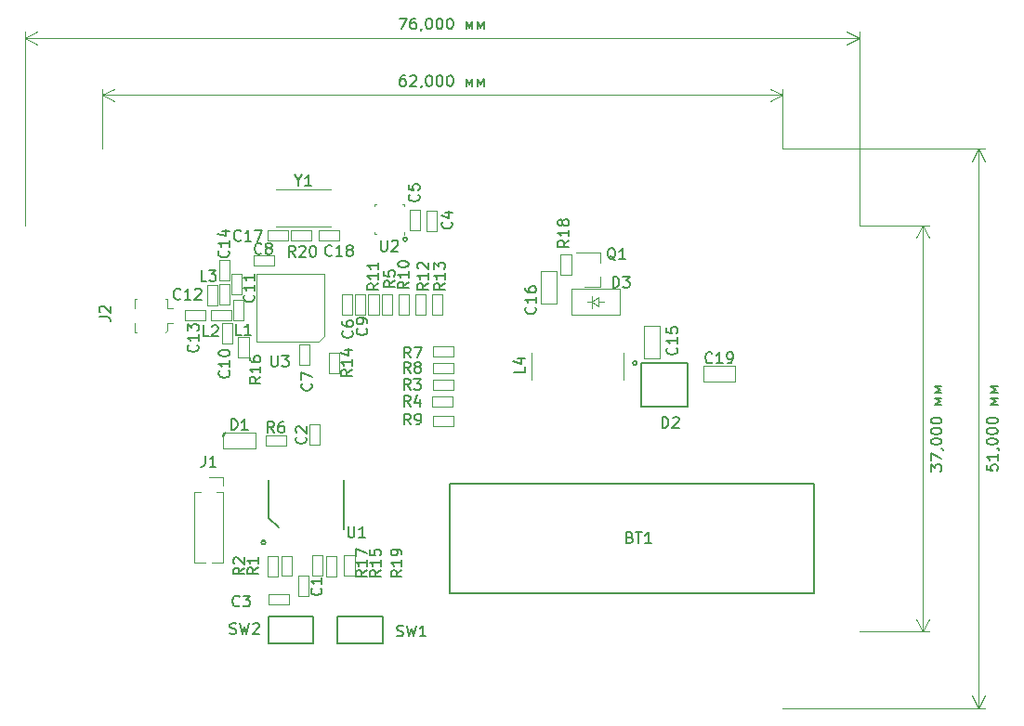
<source format=gbr>
G04 #@! TF.GenerationSoftware,KiCad,Pcbnew,5.1.5+dfsg1-2build2*
G04 #@! TF.CreationDate,2020-09-18T15:20:15+03:00*
G04 #@! TF.ProjectId,NRF_SENDER,4e52465f-5345-44e4-9445-522e6b696361,rev?*
G04 #@! TF.SameCoordinates,Original*
G04 #@! TF.FileFunction,Legend,Top*
G04 #@! TF.FilePolarity,Positive*
%FSLAX46Y46*%
G04 Gerber Fmt 4.6, Leading zero omitted, Abs format (unit mm)*
G04 Created by KiCad (PCBNEW 5.1.5+dfsg1-2build2) date 2020-09-18 15:20:15*
%MOMM*%
%LPD*%
G04 APERTURE LIST*
%ADD10C,0.200000*%
%ADD11C,0.150000*%
%ADD12C,0.120000*%
%ADD13C,0.100000*%
%ADD14C,0.140000*%
G04 APERTURE END LIST*
D10*
X109893576Y-62280000D02*
G75*
G03X109893576Y-62280000I-183576J0D01*
G01*
X88953576Y-50990000D02*
G75*
G03X88953576Y-50990000I-183576J0D01*
G01*
D11*
X88759047Y-36022380D02*
X88568571Y-36022380D01*
X88473333Y-36070000D01*
X88425714Y-36117619D01*
X88330476Y-36260476D01*
X88282857Y-36450952D01*
X88282857Y-36831904D01*
X88330476Y-36927142D01*
X88378095Y-36974761D01*
X88473333Y-37022380D01*
X88663809Y-37022380D01*
X88759047Y-36974761D01*
X88806666Y-36927142D01*
X88854285Y-36831904D01*
X88854285Y-36593809D01*
X88806666Y-36498571D01*
X88759047Y-36450952D01*
X88663809Y-36403333D01*
X88473333Y-36403333D01*
X88378095Y-36450952D01*
X88330476Y-36498571D01*
X88282857Y-36593809D01*
X89235238Y-36117619D02*
X89282857Y-36070000D01*
X89378095Y-36022380D01*
X89616190Y-36022380D01*
X89711428Y-36070000D01*
X89759047Y-36117619D01*
X89806666Y-36212857D01*
X89806666Y-36308095D01*
X89759047Y-36450952D01*
X89187619Y-37022380D01*
X89806666Y-37022380D01*
X90282857Y-36974761D02*
X90282857Y-37022380D01*
X90235238Y-37117619D01*
X90187619Y-37165238D01*
X90901904Y-36022380D02*
X90997142Y-36022380D01*
X91092380Y-36070000D01*
X91140000Y-36117619D01*
X91187619Y-36212857D01*
X91235238Y-36403333D01*
X91235238Y-36641428D01*
X91187619Y-36831904D01*
X91140000Y-36927142D01*
X91092380Y-36974761D01*
X90997142Y-37022380D01*
X90901904Y-37022380D01*
X90806666Y-36974761D01*
X90759047Y-36927142D01*
X90711428Y-36831904D01*
X90663809Y-36641428D01*
X90663809Y-36403333D01*
X90711428Y-36212857D01*
X90759047Y-36117619D01*
X90806666Y-36070000D01*
X90901904Y-36022380D01*
X91854285Y-36022380D02*
X91949523Y-36022380D01*
X92044761Y-36070000D01*
X92092380Y-36117619D01*
X92140000Y-36212857D01*
X92187619Y-36403333D01*
X92187619Y-36641428D01*
X92140000Y-36831904D01*
X92092380Y-36927142D01*
X92044761Y-36974761D01*
X91949523Y-37022380D01*
X91854285Y-37022380D01*
X91759047Y-36974761D01*
X91711428Y-36927142D01*
X91663809Y-36831904D01*
X91616190Y-36641428D01*
X91616190Y-36403333D01*
X91663809Y-36212857D01*
X91711428Y-36117619D01*
X91759047Y-36070000D01*
X91854285Y-36022380D01*
X92806666Y-36022380D02*
X92901904Y-36022380D01*
X92997142Y-36070000D01*
X93044761Y-36117619D01*
X93092380Y-36212857D01*
X93140000Y-36403333D01*
X93140000Y-36641428D01*
X93092380Y-36831904D01*
X93044761Y-36927142D01*
X92997142Y-36974761D01*
X92901904Y-37022380D01*
X92806666Y-37022380D01*
X92711428Y-36974761D01*
X92663809Y-36927142D01*
X92616190Y-36831904D01*
X92568571Y-36641428D01*
X92568571Y-36403333D01*
X92616190Y-36212857D01*
X92663809Y-36117619D01*
X92711428Y-36070000D01*
X92806666Y-36022380D01*
X94330476Y-37022380D02*
X94330476Y-36355714D01*
X94616190Y-36879523D01*
X94901904Y-36355714D01*
X94901904Y-37022380D01*
X95378095Y-37022380D02*
X95378095Y-36355714D01*
X95663809Y-36879523D01*
X95949523Y-36355714D01*
X95949523Y-37022380D01*
D12*
X61140000Y-37840000D02*
X123140000Y-37840000D01*
X61140000Y-42740000D02*
X61140000Y-37253579D01*
X123140000Y-42740000D02*
X123140000Y-37253579D01*
X123140000Y-37840000D02*
X122013496Y-38426421D01*
X123140000Y-37840000D02*
X122013496Y-37253579D01*
X61140000Y-37840000D02*
X62266504Y-38426421D01*
X61140000Y-37840000D02*
X62266504Y-37253579D01*
D11*
X88235238Y-30822380D02*
X88901904Y-30822380D01*
X88473333Y-31822380D01*
X89711428Y-30822380D02*
X89520952Y-30822380D01*
X89425714Y-30870000D01*
X89378095Y-30917619D01*
X89282857Y-31060476D01*
X89235238Y-31250952D01*
X89235238Y-31631904D01*
X89282857Y-31727142D01*
X89330476Y-31774761D01*
X89425714Y-31822380D01*
X89616190Y-31822380D01*
X89711428Y-31774761D01*
X89759047Y-31727142D01*
X89806666Y-31631904D01*
X89806666Y-31393809D01*
X89759047Y-31298571D01*
X89711428Y-31250952D01*
X89616190Y-31203333D01*
X89425714Y-31203333D01*
X89330476Y-31250952D01*
X89282857Y-31298571D01*
X89235238Y-31393809D01*
X90282857Y-31774761D02*
X90282857Y-31822380D01*
X90235238Y-31917619D01*
X90187619Y-31965238D01*
X90901904Y-30822380D02*
X90997142Y-30822380D01*
X91092380Y-30870000D01*
X91140000Y-30917619D01*
X91187619Y-31012857D01*
X91235238Y-31203333D01*
X91235238Y-31441428D01*
X91187619Y-31631904D01*
X91140000Y-31727142D01*
X91092380Y-31774761D01*
X90997142Y-31822380D01*
X90901904Y-31822380D01*
X90806666Y-31774761D01*
X90759047Y-31727142D01*
X90711428Y-31631904D01*
X90663809Y-31441428D01*
X90663809Y-31203333D01*
X90711428Y-31012857D01*
X90759047Y-30917619D01*
X90806666Y-30870000D01*
X90901904Y-30822380D01*
X91854285Y-30822380D02*
X91949523Y-30822380D01*
X92044761Y-30870000D01*
X92092380Y-30917619D01*
X92140000Y-31012857D01*
X92187619Y-31203333D01*
X92187619Y-31441428D01*
X92140000Y-31631904D01*
X92092380Y-31727142D01*
X92044761Y-31774761D01*
X91949523Y-31822380D01*
X91854285Y-31822380D01*
X91759047Y-31774761D01*
X91711428Y-31727142D01*
X91663809Y-31631904D01*
X91616190Y-31441428D01*
X91616190Y-31203333D01*
X91663809Y-31012857D01*
X91711428Y-30917619D01*
X91759047Y-30870000D01*
X91854285Y-30822380D01*
X92806666Y-30822380D02*
X92901904Y-30822380D01*
X92997142Y-30870000D01*
X93044761Y-30917619D01*
X93092380Y-31012857D01*
X93140000Y-31203333D01*
X93140000Y-31441428D01*
X93092380Y-31631904D01*
X93044761Y-31727142D01*
X92997142Y-31774761D01*
X92901904Y-31822380D01*
X92806666Y-31822380D01*
X92711428Y-31774761D01*
X92663809Y-31727142D01*
X92616190Y-31631904D01*
X92568571Y-31441428D01*
X92568571Y-31203333D01*
X92616190Y-31012857D01*
X92663809Y-30917619D01*
X92711428Y-30870000D01*
X92806666Y-30822380D01*
X94330476Y-31822380D02*
X94330476Y-31155714D01*
X94616190Y-31679523D01*
X94901904Y-31155714D01*
X94901904Y-31822380D01*
X95378095Y-31822380D02*
X95378095Y-31155714D01*
X95663809Y-31679523D01*
X95949523Y-31155714D01*
X95949523Y-31822380D01*
D12*
X130140000Y-32640000D02*
X54140000Y-32640000D01*
X130140000Y-49740000D02*
X130140000Y-32053579D01*
X54140000Y-49740000D02*
X54140000Y-32053579D01*
X54140000Y-32640000D02*
X55266504Y-32053579D01*
X54140000Y-32640000D02*
X55266504Y-33226421D01*
X130140000Y-32640000D02*
X129013496Y-32053579D01*
X130140000Y-32640000D02*
X129013496Y-33226421D01*
D11*
X136662380Y-72144761D02*
X136662380Y-71525714D01*
X137043333Y-71859047D01*
X137043333Y-71716190D01*
X137090952Y-71620952D01*
X137138571Y-71573333D01*
X137233809Y-71525714D01*
X137471904Y-71525714D01*
X137567142Y-71573333D01*
X137614761Y-71620952D01*
X137662380Y-71716190D01*
X137662380Y-72001904D01*
X137614761Y-72097142D01*
X137567142Y-72144761D01*
X136662380Y-71192380D02*
X136662380Y-70525714D01*
X137662380Y-70954285D01*
X137614761Y-70097142D02*
X137662380Y-70097142D01*
X137757619Y-70144761D01*
X137805238Y-70192380D01*
X136662380Y-69478095D02*
X136662380Y-69382857D01*
X136710000Y-69287619D01*
X136757619Y-69240000D01*
X136852857Y-69192380D01*
X137043333Y-69144761D01*
X137281428Y-69144761D01*
X137471904Y-69192380D01*
X137567142Y-69240000D01*
X137614761Y-69287619D01*
X137662380Y-69382857D01*
X137662380Y-69478095D01*
X137614761Y-69573333D01*
X137567142Y-69620952D01*
X137471904Y-69668571D01*
X137281428Y-69716190D01*
X137043333Y-69716190D01*
X136852857Y-69668571D01*
X136757619Y-69620952D01*
X136710000Y-69573333D01*
X136662380Y-69478095D01*
X136662380Y-68525714D02*
X136662380Y-68430476D01*
X136710000Y-68335238D01*
X136757619Y-68287619D01*
X136852857Y-68240000D01*
X137043333Y-68192380D01*
X137281428Y-68192380D01*
X137471904Y-68240000D01*
X137567142Y-68287619D01*
X137614761Y-68335238D01*
X137662380Y-68430476D01*
X137662380Y-68525714D01*
X137614761Y-68620952D01*
X137567142Y-68668571D01*
X137471904Y-68716190D01*
X137281428Y-68763809D01*
X137043333Y-68763809D01*
X136852857Y-68716190D01*
X136757619Y-68668571D01*
X136710000Y-68620952D01*
X136662380Y-68525714D01*
X136662380Y-67573333D02*
X136662380Y-67478095D01*
X136710000Y-67382857D01*
X136757619Y-67335238D01*
X136852857Y-67287619D01*
X137043333Y-67240000D01*
X137281428Y-67240000D01*
X137471904Y-67287619D01*
X137567142Y-67335238D01*
X137614761Y-67382857D01*
X137662380Y-67478095D01*
X137662380Y-67573333D01*
X137614761Y-67668571D01*
X137567142Y-67716190D01*
X137471904Y-67763809D01*
X137281428Y-67811428D01*
X137043333Y-67811428D01*
X136852857Y-67763809D01*
X136757619Y-67716190D01*
X136710000Y-67668571D01*
X136662380Y-67573333D01*
X137662380Y-66049523D02*
X136995714Y-66049523D01*
X137519523Y-65763809D01*
X136995714Y-65478095D01*
X137662380Y-65478095D01*
X137662380Y-65001904D02*
X136995714Y-65001904D01*
X137519523Y-64716190D01*
X136995714Y-64430476D01*
X137662380Y-64430476D01*
D12*
X135940000Y-86740000D02*
X135940000Y-49740000D01*
X130140000Y-86740000D02*
X136526421Y-86740000D01*
X130140000Y-49740000D02*
X136526421Y-49740000D01*
X135940000Y-49740000D02*
X136526421Y-50866504D01*
X135940000Y-49740000D02*
X135353579Y-50866504D01*
X135940000Y-86740000D02*
X136526421Y-85613496D01*
X135940000Y-86740000D02*
X135353579Y-85613496D01*
D11*
X141762380Y-71573333D02*
X141762380Y-72049523D01*
X142238571Y-72097142D01*
X142190952Y-72049523D01*
X142143333Y-71954285D01*
X142143333Y-71716190D01*
X142190952Y-71620952D01*
X142238571Y-71573333D01*
X142333809Y-71525714D01*
X142571904Y-71525714D01*
X142667142Y-71573333D01*
X142714761Y-71620952D01*
X142762380Y-71716190D01*
X142762380Y-71954285D01*
X142714761Y-72049523D01*
X142667142Y-72097142D01*
X142762380Y-70573333D02*
X142762380Y-71144761D01*
X142762380Y-70859047D02*
X141762380Y-70859047D01*
X141905238Y-70954285D01*
X142000476Y-71049523D01*
X142048095Y-71144761D01*
X142714761Y-70097142D02*
X142762380Y-70097142D01*
X142857619Y-70144761D01*
X142905238Y-70192380D01*
X141762380Y-69478095D02*
X141762380Y-69382857D01*
X141810000Y-69287619D01*
X141857619Y-69240000D01*
X141952857Y-69192380D01*
X142143333Y-69144761D01*
X142381428Y-69144761D01*
X142571904Y-69192380D01*
X142667142Y-69240000D01*
X142714761Y-69287619D01*
X142762380Y-69382857D01*
X142762380Y-69478095D01*
X142714761Y-69573333D01*
X142667142Y-69620952D01*
X142571904Y-69668571D01*
X142381428Y-69716190D01*
X142143333Y-69716190D01*
X141952857Y-69668571D01*
X141857619Y-69620952D01*
X141810000Y-69573333D01*
X141762380Y-69478095D01*
X141762380Y-68525714D02*
X141762380Y-68430476D01*
X141810000Y-68335238D01*
X141857619Y-68287619D01*
X141952857Y-68240000D01*
X142143333Y-68192380D01*
X142381428Y-68192380D01*
X142571904Y-68240000D01*
X142667142Y-68287619D01*
X142714761Y-68335238D01*
X142762380Y-68430476D01*
X142762380Y-68525714D01*
X142714761Y-68620952D01*
X142667142Y-68668571D01*
X142571904Y-68716190D01*
X142381428Y-68763809D01*
X142143333Y-68763809D01*
X141952857Y-68716190D01*
X141857619Y-68668571D01*
X141810000Y-68620952D01*
X141762380Y-68525714D01*
X141762380Y-67573333D02*
X141762380Y-67478095D01*
X141810000Y-67382857D01*
X141857619Y-67335238D01*
X141952857Y-67287619D01*
X142143333Y-67240000D01*
X142381428Y-67240000D01*
X142571904Y-67287619D01*
X142667142Y-67335238D01*
X142714761Y-67382857D01*
X142762380Y-67478095D01*
X142762380Y-67573333D01*
X142714761Y-67668571D01*
X142667142Y-67716190D01*
X142571904Y-67763809D01*
X142381428Y-67811428D01*
X142143333Y-67811428D01*
X141952857Y-67763809D01*
X141857619Y-67716190D01*
X141810000Y-67668571D01*
X141762380Y-67573333D01*
X142762380Y-66049523D02*
X142095714Y-66049523D01*
X142619523Y-65763809D01*
X142095714Y-65478095D01*
X142762380Y-65478095D01*
X142762380Y-65001904D02*
X142095714Y-65001904D01*
X142619523Y-64716190D01*
X142095714Y-64430476D01*
X142762380Y-64430476D01*
D12*
X141040000Y-93740000D02*
X141040000Y-42740000D01*
X123140000Y-93740000D02*
X141626421Y-93740000D01*
X123140000Y-42740000D02*
X141626421Y-42740000D01*
X141040000Y-42740000D02*
X141626421Y-43866504D01*
X141040000Y-42740000D02*
X140453579Y-43866504D01*
X141040000Y-93740000D02*
X141626421Y-92613496D01*
X141040000Y-93740000D02*
X140453579Y-92613496D01*
D10*
X76043576Y-78630000D02*
G75*
G03X76043576Y-78630000I-183576J0D01*
G01*
D11*
X76306000Y-76394000D02*
X77216000Y-77294000D01*
X76306000Y-76394000D02*
X76306000Y-72959000D01*
X83206000Y-77409000D02*
X83206000Y-72959000D01*
D12*
X80910000Y-54150000D02*
X75720000Y-54150000D01*
X81390000Y-59820000D02*
X81390000Y-54625000D01*
X75735000Y-60300000D02*
X80900000Y-60300000D01*
X75260000Y-59825000D02*
X75250000Y-54635000D01*
X81390000Y-59820000D02*
X80910000Y-60300000D01*
X75250000Y-54160000D02*
X75250000Y-54635000D01*
X75725000Y-54150000D02*
X75250000Y-54150000D01*
X81390000Y-54150000D02*
X81390000Y-54625000D01*
X80915000Y-54150000D02*
X81390000Y-54150000D01*
X75260000Y-60300000D02*
X75260000Y-59825000D01*
X75735000Y-60300000D02*
X75260000Y-60300000D01*
X70605000Y-58410000D02*
X68745000Y-58410000D01*
X70605000Y-57470000D02*
X70605000Y-58410000D01*
X68745000Y-57470000D02*
X70605000Y-57470000D01*
X68745000Y-58410000D02*
X68745000Y-57470000D01*
X73910000Y-54110000D02*
X73910000Y-55970000D01*
X72970000Y-54110000D02*
X73910000Y-54110000D01*
X72970000Y-55970000D02*
X72970000Y-54110000D01*
X73910000Y-55970000D02*
X72970000Y-55970000D01*
X79032000Y-83503000D02*
X79032000Y-81643000D01*
X79972000Y-83503000D02*
X79032000Y-83503000D01*
X79972000Y-81643000D02*
X79972000Y-83503000D01*
X79032000Y-81643000D02*
X79972000Y-81643000D01*
X80048000Y-69741000D02*
X80048000Y-67881000D01*
X80988000Y-69741000D02*
X80048000Y-69741000D01*
X80988000Y-67881000D02*
X80988000Y-69741000D01*
X80048000Y-67881000D02*
X80988000Y-67881000D01*
X76286000Y-83350000D02*
X78146000Y-83350000D01*
X76286000Y-84290000D02*
X76286000Y-83350000D01*
X78146000Y-84290000D02*
X76286000Y-84290000D01*
X78146000Y-83350000D02*
X78146000Y-84290000D01*
X90716000Y-50229000D02*
X90716000Y-48369000D01*
X91656000Y-50229000D02*
X90716000Y-50229000D01*
X91656000Y-48369000D02*
X91656000Y-50229000D01*
X90716000Y-48369000D02*
X91656000Y-48369000D01*
X89192000Y-50183000D02*
X89192000Y-48323000D01*
X90132000Y-50183000D02*
X89192000Y-50183000D01*
X90132000Y-48323000D02*
X90132000Y-50183000D01*
X89192000Y-48323000D02*
X90132000Y-48323000D01*
X83040000Y-57895000D02*
X83040000Y-56035000D01*
X83980000Y-57895000D02*
X83040000Y-57895000D01*
X83980000Y-56035000D02*
X83980000Y-57895000D01*
X83040000Y-56035000D02*
X83980000Y-56035000D01*
X79100000Y-62450000D02*
X79100000Y-60590000D01*
X80040000Y-62450000D02*
X79100000Y-62450000D01*
X80040000Y-60590000D02*
X80040000Y-62450000D01*
X79100000Y-60590000D02*
X80040000Y-60590000D01*
X75010000Y-52470000D02*
X76870000Y-52470000D01*
X75010000Y-53410000D02*
X75010000Y-52470000D01*
X76870000Y-53410000D02*
X75010000Y-53410000D01*
X76870000Y-52470000D02*
X76870000Y-53410000D01*
X84220000Y-57870000D02*
X84220000Y-56010000D01*
X85160000Y-57870000D02*
X84220000Y-57870000D01*
X85160000Y-56010000D02*
X85160000Y-57870000D01*
X84220000Y-56010000D02*
X85160000Y-56010000D01*
X73010000Y-58610000D02*
X73010000Y-60470000D01*
X72070000Y-58610000D02*
X73010000Y-58610000D01*
X72070000Y-60470000D02*
X72070000Y-58610000D01*
X73010000Y-60470000D02*
X72070000Y-60470000D01*
X70770000Y-56985000D02*
X70770000Y-55125000D01*
X71710000Y-56985000D02*
X70770000Y-56985000D01*
X71710000Y-55125000D02*
X71710000Y-56985000D01*
X70770000Y-55125000D02*
X71710000Y-55125000D01*
X71870000Y-54770000D02*
X71870000Y-52910000D01*
X72810000Y-54770000D02*
X71870000Y-54770000D01*
X72810000Y-52910000D02*
X72810000Y-54770000D01*
X71870000Y-52910000D02*
X72810000Y-52910000D01*
X76210000Y-50170000D02*
X78070000Y-50170000D01*
X76210000Y-51110000D02*
X76210000Y-50170000D01*
X78070000Y-51110000D02*
X76210000Y-51110000D01*
X78070000Y-50170000D02*
X78070000Y-51110000D01*
X82795000Y-51080000D02*
X80935000Y-51080000D01*
X82795000Y-50140000D02*
X82795000Y-51080000D01*
X80935000Y-50140000D02*
X82795000Y-50140000D01*
X80935000Y-51080000D02*
X80935000Y-50140000D01*
D11*
X72350000Y-68682000D02*
X72350000Y-68642000D01*
X72190000Y-68772000D02*
X72350000Y-68682000D01*
X72460000Y-68632000D02*
X72190000Y-68772000D01*
X72190000Y-68942000D02*
X72470000Y-68632000D01*
D12*
X75140000Y-70072000D02*
X72180000Y-70072000D01*
X75140000Y-68612000D02*
X75140000Y-70072000D01*
X72180000Y-68612000D02*
X75140000Y-68612000D01*
X72175000Y-68607000D02*
X72175000Y-70077000D01*
X103950000Y-55540000D02*
X103950000Y-57840000D01*
X108350000Y-57840000D02*
X103950000Y-57840000D01*
X108350000Y-55540000D02*
X108350000Y-57840000D01*
X103950000Y-55540000D02*
X108350000Y-55540000D01*
D13*
X105400000Y-56690000D02*
X105800000Y-56690000D01*
X105800000Y-56690000D02*
X105800000Y-56140000D01*
X105800000Y-56690000D02*
X105800000Y-57240000D01*
X105800000Y-56690000D02*
X106400000Y-56290000D01*
X106400000Y-56290000D02*
X106400000Y-57090000D01*
X106400000Y-57090000D02*
X105800000Y-56690000D01*
X106400000Y-56690000D02*
X106900000Y-56690000D01*
D12*
X70866000Y-72646000D02*
X72196000Y-72646000D01*
X72196000Y-72646000D02*
X72196000Y-73406000D01*
X72196000Y-74041000D02*
X72196000Y-80451000D01*
X71173530Y-80451000D02*
X72196000Y-80451000D01*
X69536000Y-80451000D02*
X70558470Y-80451000D01*
X69536000Y-74041000D02*
X69536000Y-80451000D01*
X71626000Y-74041000D02*
X72196000Y-74041000D01*
X69536000Y-74041000D02*
X70106000Y-74041000D01*
X64110000Y-59470000D02*
X64110000Y-58670000D01*
X64310000Y-59470000D02*
X64110000Y-59470000D01*
X64110000Y-56470000D02*
X64310000Y-56470000D01*
X64110000Y-57270000D02*
X64110000Y-56470000D01*
X67110000Y-56470000D02*
X67110000Y-57270000D01*
X66910000Y-56470000D02*
X67110000Y-56470000D01*
X67110000Y-59270000D02*
X66910000Y-59470000D01*
X67110000Y-58670000D02*
X67110000Y-59270000D01*
X67110000Y-58670000D02*
X67610000Y-58670000D01*
X67110000Y-57270000D02*
X67610000Y-57270000D01*
X74050000Y-56525000D02*
X74050000Y-58385000D01*
X73110000Y-56525000D02*
X74050000Y-56525000D01*
X73110000Y-58385000D02*
X73110000Y-56525000D01*
X74050000Y-58385000D02*
X73110000Y-58385000D01*
X71110000Y-57470000D02*
X72970000Y-57470000D01*
X71110000Y-58410000D02*
X71110000Y-57470000D01*
X72970000Y-58410000D02*
X71110000Y-58410000D01*
X72970000Y-57470000D02*
X72970000Y-58410000D01*
X71870000Y-56970000D02*
X71870000Y-55110000D01*
X72810000Y-56970000D02*
X71870000Y-56970000D01*
X72810000Y-55110000D02*
X72810000Y-56970000D01*
X71870000Y-55110000D02*
X72810000Y-55110000D01*
X108660000Y-63810000D02*
X108660000Y-61310000D01*
X100260000Y-61310000D02*
X100260000Y-63810000D01*
X106530000Y-55330000D02*
X105070000Y-55330000D01*
X106530000Y-52170000D02*
X104370000Y-52170000D01*
X106530000Y-52170000D02*
X106530000Y-53100000D01*
X106530000Y-55330000D02*
X106530000Y-54400000D01*
X78448000Y-79842000D02*
X78448000Y-81702000D01*
X77508000Y-79842000D02*
X78448000Y-79842000D01*
X77508000Y-81702000D02*
X77508000Y-79842000D01*
X78448000Y-81702000D02*
X77508000Y-81702000D01*
X76238000Y-81725000D02*
X76238000Y-79865000D01*
X77178000Y-81725000D02*
X76238000Y-81725000D01*
X77178000Y-79865000D02*
X77178000Y-81725000D01*
X76238000Y-79865000D02*
X77178000Y-79865000D01*
X93155000Y-64732000D02*
X91295000Y-64732000D01*
X93155000Y-63792000D02*
X93155000Y-64732000D01*
X91295000Y-63792000D02*
X93155000Y-63792000D01*
X91295000Y-64732000D02*
X91295000Y-63792000D01*
X93109000Y-66256000D02*
X91249000Y-66256000D01*
X93109000Y-65316000D02*
X93109000Y-66256000D01*
X91249000Y-65316000D02*
X93109000Y-65316000D01*
X91249000Y-66256000D02*
X91249000Y-65316000D01*
X86652000Y-57849000D02*
X86652000Y-55989000D01*
X87592000Y-57849000D02*
X86652000Y-57849000D01*
X87592000Y-55989000D02*
X87592000Y-57849000D01*
X86652000Y-55989000D02*
X87592000Y-55989000D01*
X77915000Y-69812000D02*
X76055000Y-69812000D01*
X77915000Y-68872000D02*
X77915000Y-69812000D01*
X76055000Y-68872000D02*
X77915000Y-68872000D01*
X76055000Y-69812000D02*
X76055000Y-68872000D01*
X93155000Y-61684000D02*
X91295000Y-61684000D01*
X93155000Y-60744000D02*
X93155000Y-61684000D01*
X91295000Y-60744000D02*
X93155000Y-60744000D01*
X91295000Y-61684000D02*
X91295000Y-60744000D01*
X91295000Y-62268000D02*
X93155000Y-62268000D01*
X91295000Y-63208000D02*
X91295000Y-62268000D01*
X93155000Y-63208000D02*
X91295000Y-63208000D01*
X93155000Y-62268000D02*
X93155000Y-63208000D01*
X91295000Y-67094000D02*
X93155000Y-67094000D01*
X91295000Y-68034000D02*
X91295000Y-67094000D01*
X93155000Y-68034000D02*
X91295000Y-68034000D01*
X93155000Y-67094000D02*
X93155000Y-68034000D01*
X88176000Y-57849000D02*
X88176000Y-55989000D01*
X89116000Y-57849000D02*
X88176000Y-57849000D01*
X89116000Y-55989000D02*
X89116000Y-57849000D01*
X88176000Y-55989000D02*
X89116000Y-55989000D01*
X85420000Y-57870000D02*
X85420000Y-56010000D01*
X86360000Y-57870000D02*
X85420000Y-57870000D01*
X86360000Y-56010000D02*
X86360000Y-57870000D01*
X85420000Y-56010000D02*
X86360000Y-56010000D01*
X89700000Y-57849000D02*
X89700000Y-55989000D01*
X90640000Y-57849000D02*
X89700000Y-57849000D01*
X90640000Y-55989000D02*
X90640000Y-57849000D01*
X89700000Y-55989000D02*
X90640000Y-55989000D01*
X91224000Y-57849000D02*
X91224000Y-55989000D01*
X92164000Y-57849000D02*
X91224000Y-57849000D01*
X92164000Y-55989000D02*
X92164000Y-57849000D01*
X91224000Y-55989000D02*
X92164000Y-55989000D01*
X81826000Y-63183000D02*
X81826000Y-61323000D01*
X82766000Y-63183000D02*
X81826000Y-63183000D01*
X82766000Y-61323000D02*
X82766000Y-63183000D01*
X81826000Y-61323000D02*
X82766000Y-61323000D01*
X82512000Y-79865000D02*
X82512000Y-81725000D01*
X81572000Y-79865000D02*
X82512000Y-79865000D01*
X81572000Y-81725000D02*
X81572000Y-79865000D01*
X82512000Y-81725000D02*
X81572000Y-81725000D01*
X73570000Y-61785000D02*
X73570000Y-59925000D01*
X74510000Y-61785000D02*
X73570000Y-61785000D01*
X74510000Y-59925000D02*
X74510000Y-61785000D01*
X73570000Y-59925000D02*
X74510000Y-59925000D01*
X80302000Y-81679000D02*
X80302000Y-79819000D01*
X81242000Y-81679000D02*
X80302000Y-81679000D01*
X81242000Y-79819000D02*
X81242000Y-81679000D01*
X80302000Y-79819000D02*
X81242000Y-79819000D01*
X103890000Y-52350000D02*
X103890000Y-54210000D01*
X102950000Y-52350000D02*
X103890000Y-52350000D01*
X102950000Y-54210000D02*
X102950000Y-52350000D01*
X103890000Y-54210000D02*
X102950000Y-54210000D01*
X84160000Y-79840000D02*
X84160000Y-81700000D01*
X83220000Y-79840000D02*
X84160000Y-79840000D01*
X83220000Y-81700000D02*
X83220000Y-79840000D01*
X84160000Y-81700000D02*
X83220000Y-81700000D01*
X80210000Y-51090000D02*
X78350000Y-51090000D01*
X80210000Y-50150000D02*
X80210000Y-51090000D01*
X78350000Y-50150000D02*
X80210000Y-50150000D01*
X78350000Y-51090000D02*
X78350000Y-50150000D01*
D11*
X82590000Y-85414000D02*
X86708000Y-85414000D01*
X82589000Y-87794000D02*
X82589000Y-85414000D01*
X86708000Y-87801000D02*
X82590000Y-87801000D01*
X86708000Y-86614000D02*
X86708000Y-85414000D01*
X86708000Y-86614000D02*
X86708000Y-87814000D01*
X80426000Y-87814000D02*
X76308000Y-87814000D01*
X80427000Y-85434000D02*
X80427000Y-87814000D01*
X76308000Y-85427000D02*
X80426000Y-85427000D01*
X76308000Y-86614000D02*
X76308000Y-87814000D01*
X76308000Y-86614000D02*
X76308000Y-85414000D01*
D13*
X88690000Y-50360000D02*
X88690000Y-50610000D01*
X85990000Y-50510000D02*
X85990000Y-50360000D01*
X86140000Y-50510000D02*
X85990000Y-50510000D01*
X85990000Y-47810000D02*
X86140000Y-47810000D01*
X85990000Y-47810000D02*
X85990000Y-47960000D01*
X88690000Y-47810000D02*
X88690000Y-47960000D01*
X88690000Y-47800000D02*
X88540000Y-47800000D01*
D12*
X77020000Y-49860000D02*
X82020000Y-49860000D01*
X77020000Y-46440000D02*
X82020000Y-46440000D01*
D11*
X110252000Y-62246000D02*
X110252000Y-66246000D01*
X114552000Y-66246000D02*
X110252000Y-66246000D01*
X114552000Y-62246000D02*
X114552000Y-66246000D01*
X110252000Y-62246000D02*
X114552000Y-62246000D01*
X126040000Y-73240000D02*
X92840000Y-73240000D01*
X126040000Y-83240000D02*
X126040000Y-73240000D01*
X92840000Y-83240000D02*
X126040000Y-83240000D01*
X92840000Y-73240000D02*
X92840000Y-83240000D01*
D12*
X118870000Y-64000000D02*
X115910000Y-64000000D01*
X118870000Y-62540000D02*
X118870000Y-64000000D01*
X115910000Y-62540000D02*
X118870000Y-62540000D01*
X115910000Y-64000000D02*
X115910000Y-62540000D01*
X111970000Y-58860000D02*
X111970000Y-61820000D01*
X110510000Y-58860000D02*
X111970000Y-58860000D01*
X110510000Y-61820000D02*
X110510000Y-58860000D01*
X111970000Y-61820000D02*
X110510000Y-61820000D01*
X101150000Y-56850000D02*
X101150000Y-53890000D01*
X102610000Y-56850000D02*
X101150000Y-56850000D01*
X102610000Y-53890000D02*
X102610000Y-56850000D01*
X101150000Y-53890000D02*
X102610000Y-53890000D01*
D11*
X83566095Y-77176380D02*
X83566095Y-77985904D01*
X83613714Y-78081142D01*
X83661333Y-78128761D01*
X83756571Y-78176380D01*
X83947047Y-78176380D01*
X84042285Y-78128761D01*
X84089904Y-78081142D01*
X84137523Y-77985904D01*
X84137523Y-77176380D01*
X85137523Y-78176380D02*
X84566095Y-78176380D01*
X84851809Y-78176380D02*
X84851809Y-77176380D01*
X84756571Y-77319238D01*
X84661333Y-77414476D01*
X84566095Y-77462095D01*
X76578095Y-61592380D02*
X76578095Y-62401904D01*
X76625714Y-62497142D01*
X76673333Y-62544761D01*
X76768571Y-62592380D01*
X76959047Y-62592380D01*
X77054285Y-62544761D01*
X77101904Y-62497142D01*
X77149523Y-62401904D01*
X77149523Y-61592380D01*
X77530476Y-61592380D02*
X78149523Y-61592380D01*
X77816190Y-61973333D01*
X77959047Y-61973333D01*
X78054285Y-62020952D01*
X78101904Y-62068571D01*
X78149523Y-62163809D01*
X78149523Y-62401904D01*
X78101904Y-62497142D01*
X78054285Y-62544761D01*
X77959047Y-62592380D01*
X77673333Y-62592380D01*
X77578095Y-62544761D01*
X77530476Y-62497142D01*
X69847142Y-60632857D02*
X69894761Y-60680476D01*
X69942380Y-60823333D01*
X69942380Y-60918571D01*
X69894761Y-61061428D01*
X69799523Y-61156666D01*
X69704285Y-61204285D01*
X69513809Y-61251904D01*
X69370952Y-61251904D01*
X69180476Y-61204285D01*
X69085238Y-61156666D01*
X68990000Y-61061428D01*
X68942380Y-60918571D01*
X68942380Y-60823333D01*
X68990000Y-60680476D01*
X69037619Y-60632857D01*
X69942380Y-59680476D02*
X69942380Y-60251904D01*
X69942380Y-59966190D02*
X68942380Y-59966190D01*
X69085238Y-60061428D01*
X69180476Y-60156666D01*
X69228095Y-60251904D01*
X68942380Y-59347142D02*
X68942380Y-58728095D01*
X69323333Y-59061428D01*
X69323333Y-58918571D01*
X69370952Y-58823333D01*
X69418571Y-58775714D01*
X69513809Y-58728095D01*
X69751904Y-58728095D01*
X69847142Y-58775714D01*
X69894761Y-58823333D01*
X69942380Y-58918571D01*
X69942380Y-59204285D01*
X69894761Y-59299523D01*
X69847142Y-59347142D01*
D14*
X74947142Y-56082857D02*
X74994761Y-56130476D01*
X75042380Y-56273333D01*
X75042380Y-56368571D01*
X74994761Y-56511428D01*
X74899523Y-56606666D01*
X74804285Y-56654285D01*
X74613809Y-56701904D01*
X74470952Y-56701904D01*
X74280476Y-56654285D01*
X74185238Y-56606666D01*
X74090000Y-56511428D01*
X74042380Y-56368571D01*
X74042380Y-56273333D01*
X74090000Y-56130476D01*
X74137619Y-56082857D01*
X75042380Y-55130476D02*
X75042380Y-55701904D01*
X75042380Y-55416190D02*
X74042380Y-55416190D01*
X74185238Y-55511428D01*
X74280476Y-55606666D01*
X74328095Y-55701904D01*
X75042380Y-54178095D02*
X75042380Y-54749523D01*
X75042380Y-54463809D02*
X74042380Y-54463809D01*
X74185238Y-54559047D01*
X74280476Y-54654285D01*
X74328095Y-54749523D01*
D11*
X81097142Y-82806666D02*
X81144761Y-82854285D01*
X81192380Y-82997142D01*
X81192380Y-83092380D01*
X81144761Y-83235238D01*
X81049523Y-83330476D01*
X80954285Y-83378095D01*
X80763809Y-83425714D01*
X80620952Y-83425714D01*
X80430476Y-83378095D01*
X80335238Y-83330476D01*
X80240000Y-83235238D01*
X80192380Y-83092380D01*
X80192380Y-82997142D01*
X80240000Y-82854285D01*
X80287619Y-82806666D01*
X81192380Y-81854285D02*
X81192380Y-82425714D01*
X81192380Y-82140000D02*
X80192380Y-82140000D01*
X80335238Y-82235238D01*
X80430476Y-82330476D01*
X80478095Y-82425714D01*
X79697142Y-69006666D02*
X79744761Y-69054285D01*
X79792380Y-69197142D01*
X79792380Y-69292380D01*
X79744761Y-69435238D01*
X79649523Y-69530476D01*
X79554285Y-69578095D01*
X79363809Y-69625714D01*
X79220952Y-69625714D01*
X79030476Y-69578095D01*
X78935238Y-69530476D01*
X78840000Y-69435238D01*
X78792380Y-69292380D01*
X78792380Y-69197142D01*
X78840000Y-69054285D01*
X78887619Y-69006666D01*
X78887619Y-68625714D02*
X78840000Y-68578095D01*
X78792380Y-68482857D01*
X78792380Y-68244761D01*
X78840000Y-68149523D01*
X78887619Y-68101904D01*
X78982857Y-68054285D01*
X79078095Y-68054285D01*
X79220952Y-68101904D01*
X79792380Y-68673333D01*
X79792380Y-68054285D01*
X73673333Y-84397142D02*
X73625714Y-84444761D01*
X73482857Y-84492380D01*
X73387619Y-84492380D01*
X73244761Y-84444761D01*
X73149523Y-84349523D01*
X73101904Y-84254285D01*
X73054285Y-84063809D01*
X73054285Y-83920952D01*
X73101904Y-83730476D01*
X73149523Y-83635238D01*
X73244761Y-83540000D01*
X73387619Y-83492380D01*
X73482857Y-83492380D01*
X73625714Y-83540000D01*
X73673333Y-83587619D01*
X74006666Y-83492380D02*
X74625714Y-83492380D01*
X74292380Y-83873333D01*
X74435238Y-83873333D01*
X74530476Y-83920952D01*
X74578095Y-83968571D01*
X74625714Y-84063809D01*
X74625714Y-84301904D01*
X74578095Y-84397142D01*
X74530476Y-84444761D01*
X74435238Y-84492380D01*
X74149523Y-84492380D01*
X74054285Y-84444761D01*
X74006666Y-84397142D01*
X92997142Y-49406666D02*
X93044761Y-49454285D01*
X93092380Y-49597142D01*
X93092380Y-49692380D01*
X93044761Y-49835238D01*
X92949523Y-49930476D01*
X92854285Y-49978095D01*
X92663809Y-50025714D01*
X92520952Y-50025714D01*
X92330476Y-49978095D01*
X92235238Y-49930476D01*
X92140000Y-49835238D01*
X92092380Y-49692380D01*
X92092380Y-49597142D01*
X92140000Y-49454285D01*
X92187619Y-49406666D01*
X92425714Y-48549523D02*
X93092380Y-48549523D01*
X92044761Y-48787619D02*
X92759047Y-49025714D01*
X92759047Y-48406666D01*
X89997142Y-46906666D02*
X90044761Y-46954285D01*
X90092380Y-47097142D01*
X90092380Y-47192380D01*
X90044761Y-47335238D01*
X89949523Y-47430476D01*
X89854285Y-47478095D01*
X89663809Y-47525714D01*
X89520952Y-47525714D01*
X89330476Y-47478095D01*
X89235238Y-47430476D01*
X89140000Y-47335238D01*
X89092380Y-47192380D01*
X89092380Y-47097142D01*
X89140000Y-46954285D01*
X89187619Y-46906666D01*
X89092380Y-46001904D02*
X89092380Y-46478095D01*
X89568571Y-46525714D01*
X89520952Y-46478095D01*
X89473333Y-46382857D01*
X89473333Y-46144761D01*
X89520952Y-46049523D01*
X89568571Y-46001904D01*
X89663809Y-45954285D01*
X89901904Y-45954285D01*
X89997142Y-46001904D01*
X90044761Y-46049523D01*
X90092380Y-46144761D01*
X90092380Y-46382857D01*
X90044761Y-46478095D01*
X89997142Y-46525714D01*
X83923142Y-59348666D02*
X83970761Y-59396285D01*
X84018380Y-59539142D01*
X84018380Y-59634380D01*
X83970761Y-59777238D01*
X83875523Y-59872476D01*
X83780285Y-59920095D01*
X83589809Y-59967714D01*
X83446952Y-59967714D01*
X83256476Y-59920095D01*
X83161238Y-59872476D01*
X83066000Y-59777238D01*
X83018380Y-59634380D01*
X83018380Y-59539142D01*
X83066000Y-59396285D01*
X83113619Y-59348666D01*
X83018380Y-58491523D02*
X83018380Y-58682000D01*
X83066000Y-58777238D01*
X83113619Y-58824857D01*
X83256476Y-58920095D01*
X83446952Y-58967714D01*
X83827904Y-58967714D01*
X83923142Y-58920095D01*
X83970761Y-58872476D01*
X84018380Y-58777238D01*
X84018380Y-58586761D01*
X83970761Y-58491523D01*
X83923142Y-58443904D01*
X83827904Y-58396285D01*
X83589809Y-58396285D01*
X83494571Y-58443904D01*
X83446952Y-58491523D01*
X83399333Y-58586761D01*
X83399333Y-58777238D01*
X83446952Y-58872476D01*
X83494571Y-58920095D01*
X83589809Y-58967714D01*
X80197142Y-64154666D02*
X80244761Y-64202285D01*
X80292380Y-64345142D01*
X80292380Y-64440380D01*
X80244761Y-64583238D01*
X80149523Y-64678476D01*
X80054285Y-64726095D01*
X79863809Y-64773714D01*
X79720952Y-64773714D01*
X79530476Y-64726095D01*
X79435238Y-64678476D01*
X79340000Y-64583238D01*
X79292380Y-64440380D01*
X79292380Y-64345142D01*
X79340000Y-64202285D01*
X79387619Y-64154666D01*
X79292380Y-63821333D02*
X79292380Y-63154666D01*
X80292380Y-63583238D01*
X75673333Y-52247142D02*
X75625714Y-52294761D01*
X75482857Y-52342380D01*
X75387619Y-52342380D01*
X75244761Y-52294761D01*
X75149523Y-52199523D01*
X75101904Y-52104285D01*
X75054285Y-51913809D01*
X75054285Y-51770952D01*
X75101904Y-51580476D01*
X75149523Y-51485238D01*
X75244761Y-51390000D01*
X75387619Y-51342380D01*
X75482857Y-51342380D01*
X75625714Y-51390000D01*
X75673333Y-51437619D01*
X76244761Y-51770952D02*
X76149523Y-51723333D01*
X76101904Y-51675714D01*
X76054285Y-51580476D01*
X76054285Y-51532857D01*
X76101904Y-51437619D01*
X76149523Y-51390000D01*
X76244761Y-51342380D01*
X76435238Y-51342380D01*
X76530476Y-51390000D01*
X76578095Y-51437619D01*
X76625714Y-51532857D01*
X76625714Y-51580476D01*
X76578095Y-51675714D01*
X76530476Y-51723333D01*
X76435238Y-51770952D01*
X76244761Y-51770952D01*
X76149523Y-51818571D01*
X76101904Y-51866190D01*
X76054285Y-51961428D01*
X76054285Y-52151904D01*
X76101904Y-52247142D01*
X76149523Y-52294761D01*
X76244761Y-52342380D01*
X76435238Y-52342380D01*
X76530476Y-52294761D01*
X76578095Y-52247142D01*
X76625714Y-52151904D01*
X76625714Y-51961428D01*
X76578095Y-51866190D01*
X76530476Y-51818571D01*
X76435238Y-51770952D01*
X85247142Y-59106666D02*
X85294761Y-59154285D01*
X85342380Y-59297142D01*
X85342380Y-59392380D01*
X85294761Y-59535238D01*
X85199523Y-59630476D01*
X85104285Y-59678095D01*
X84913809Y-59725714D01*
X84770952Y-59725714D01*
X84580476Y-59678095D01*
X84485238Y-59630476D01*
X84390000Y-59535238D01*
X84342380Y-59392380D01*
X84342380Y-59297142D01*
X84390000Y-59154285D01*
X84437619Y-59106666D01*
X85342380Y-58630476D02*
X85342380Y-58440000D01*
X85294761Y-58344761D01*
X85247142Y-58297142D01*
X85104285Y-58201904D01*
X84913809Y-58154285D01*
X84532857Y-58154285D01*
X84437619Y-58201904D01*
X84390000Y-58249523D01*
X84342380Y-58344761D01*
X84342380Y-58535238D01*
X84390000Y-58630476D01*
X84437619Y-58678095D01*
X84532857Y-58725714D01*
X84770952Y-58725714D01*
X84866190Y-58678095D01*
X84913809Y-58630476D01*
X84961428Y-58535238D01*
X84961428Y-58344761D01*
X84913809Y-58249523D01*
X84866190Y-58201904D01*
X84770952Y-58154285D01*
X72697142Y-62982857D02*
X72744761Y-63030476D01*
X72792380Y-63173333D01*
X72792380Y-63268571D01*
X72744761Y-63411428D01*
X72649523Y-63506666D01*
X72554285Y-63554285D01*
X72363809Y-63601904D01*
X72220952Y-63601904D01*
X72030476Y-63554285D01*
X71935238Y-63506666D01*
X71840000Y-63411428D01*
X71792380Y-63268571D01*
X71792380Y-63173333D01*
X71840000Y-63030476D01*
X71887619Y-62982857D01*
X72792380Y-62030476D02*
X72792380Y-62601904D01*
X72792380Y-62316190D02*
X71792380Y-62316190D01*
X71935238Y-62411428D01*
X72030476Y-62506666D01*
X72078095Y-62601904D01*
X71792380Y-61411428D02*
X71792380Y-61316190D01*
X71840000Y-61220952D01*
X71887619Y-61173333D01*
X71982857Y-61125714D01*
X72173333Y-61078095D01*
X72411428Y-61078095D01*
X72601904Y-61125714D01*
X72697142Y-61173333D01*
X72744761Y-61220952D01*
X72792380Y-61316190D01*
X72792380Y-61411428D01*
X72744761Y-61506666D01*
X72697142Y-61554285D01*
X72601904Y-61601904D01*
X72411428Y-61649523D01*
X72173333Y-61649523D01*
X71982857Y-61601904D01*
X71887619Y-61554285D01*
X71840000Y-61506666D01*
X71792380Y-61411428D01*
X68297142Y-56397142D02*
X68249523Y-56444761D01*
X68106666Y-56492380D01*
X68011428Y-56492380D01*
X67868571Y-56444761D01*
X67773333Y-56349523D01*
X67725714Y-56254285D01*
X67678095Y-56063809D01*
X67678095Y-55920952D01*
X67725714Y-55730476D01*
X67773333Y-55635238D01*
X67868571Y-55540000D01*
X68011428Y-55492380D01*
X68106666Y-55492380D01*
X68249523Y-55540000D01*
X68297142Y-55587619D01*
X69249523Y-56492380D02*
X68678095Y-56492380D01*
X68963809Y-56492380D02*
X68963809Y-55492380D01*
X68868571Y-55635238D01*
X68773333Y-55730476D01*
X68678095Y-55778095D01*
X69630476Y-55587619D02*
X69678095Y-55540000D01*
X69773333Y-55492380D01*
X70011428Y-55492380D01*
X70106666Y-55540000D01*
X70154285Y-55587619D01*
X70201904Y-55682857D01*
X70201904Y-55778095D01*
X70154285Y-55920952D01*
X69582857Y-56492380D01*
X70201904Y-56492380D01*
X72647142Y-52032857D02*
X72694761Y-52080476D01*
X72742380Y-52223333D01*
X72742380Y-52318571D01*
X72694761Y-52461428D01*
X72599523Y-52556666D01*
X72504285Y-52604285D01*
X72313809Y-52651904D01*
X72170952Y-52651904D01*
X71980476Y-52604285D01*
X71885238Y-52556666D01*
X71790000Y-52461428D01*
X71742380Y-52318571D01*
X71742380Y-52223333D01*
X71790000Y-52080476D01*
X71837619Y-52032857D01*
X72742380Y-51080476D02*
X72742380Y-51651904D01*
X72742380Y-51366190D02*
X71742380Y-51366190D01*
X71885238Y-51461428D01*
X71980476Y-51556666D01*
X72028095Y-51651904D01*
X72075714Y-50223333D02*
X72742380Y-50223333D01*
X71694761Y-50461428D02*
X72409047Y-50699523D01*
X72409047Y-50080476D01*
X73797142Y-51047142D02*
X73749523Y-51094761D01*
X73606666Y-51142380D01*
X73511428Y-51142380D01*
X73368571Y-51094761D01*
X73273333Y-50999523D01*
X73225714Y-50904285D01*
X73178095Y-50713809D01*
X73178095Y-50570952D01*
X73225714Y-50380476D01*
X73273333Y-50285238D01*
X73368571Y-50190000D01*
X73511428Y-50142380D01*
X73606666Y-50142380D01*
X73749523Y-50190000D01*
X73797142Y-50237619D01*
X74749523Y-51142380D02*
X74178095Y-51142380D01*
X74463809Y-51142380D02*
X74463809Y-50142380D01*
X74368571Y-50285238D01*
X74273333Y-50380476D01*
X74178095Y-50428095D01*
X75082857Y-50142380D02*
X75749523Y-50142380D01*
X75320952Y-51142380D01*
X82097142Y-52427142D02*
X82049523Y-52474761D01*
X81906666Y-52522380D01*
X81811428Y-52522380D01*
X81668571Y-52474761D01*
X81573333Y-52379523D01*
X81525714Y-52284285D01*
X81478095Y-52093809D01*
X81478095Y-51950952D01*
X81525714Y-51760476D01*
X81573333Y-51665238D01*
X81668571Y-51570000D01*
X81811428Y-51522380D01*
X81906666Y-51522380D01*
X82049523Y-51570000D01*
X82097142Y-51617619D01*
X83049523Y-52522380D02*
X82478095Y-52522380D01*
X82763809Y-52522380D02*
X82763809Y-51522380D01*
X82668571Y-51665238D01*
X82573333Y-51760476D01*
X82478095Y-51808095D01*
X83620952Y-51950952D02*
X83525714Y-51903333D01*
X83478095Y-51855714D01*
X83430476Y-51760476D01*
X83430476Y-51712857D01*
X83478095Y-51617619D01*
X83525714Y-51570000D01*
X83620952Y-51522380D01*
X83811428Y-51522380D01*
X83906666Y-51570000D01*
X83954285Y-51617619D01*
X84001904Y-51712857D01*
X84001904Y-51760476D01*
X83954285Y-51855714D01*
X83906666Y-51903333D01*
X83811428Y-51950952D01*
X83620952Y-51950952D01*
X83525714Y-51998571D01*
X83478095Y-52046190D01*
X83430476Y-52141428D01*
X83430476Y-52331904D01*
X83478095Y-52427142D01*
X83525714Y-52474761D01*
X83620952Y-52522380D01*
X83811428Y-52522380D01*
X83906666Y-52474761D01*
X83954285Y-52427142D01*
X84001904Y-52331904D01*
X84001904Y-52141428D01*
X83954285Y-52046190D01*
X83906666Y-51998571D01*
X83811428Y-51950952D01*
X72921904Y-68364380D02*
X72921904Y-67364380D01*
X73160000Y-67364380D01*
X73302857Y-67412000D01*
X73398095Y-67507238D01*
X73445714Y-67602476D01*
X73493333Y-67792952D01*
X73493333Y-67935809D01*
X73445714Y-68126285D01*
X73398095Y-68221523D01*
X73302857Y-68316761D01*
X73160000Y-68364380D01*
X72921904Y-68364380D01*
X74445714Y-68364380D02*
X73874285Y-68364380D01*
X74160000Y-68364380D02*
X74160000Y-67364380D01*
X74064761Y-67507238D01*
X73969523Y-67602476D01*
X73874285Y-67650095D01*
X107701904Y-55392380D02*
X107701904Y-54392380D01*
X107940000Y-54392380D01*
X108082857Y-54440000D01*
X108178095Y-54535238D01*
X108225714Y-54630476D01*
X108273333Y-54820952D01*
X108273333Y-54963809D01*
X108225714Y-55154285D01*
X108178095Y-55249523D01*
X108082857Y-55344761D01*
X107940000Y-55392380D01*
X107701904Y-55392380D01*
X108606666Y-54392380D02*
X109225714Y-54392380D01*
X108892380Y-54773333D01*
X109035238Y-54773333D01*
X109130476Y-54820952D01*
X109178095Y-54868571D01*
X109225714Y-54963809D01*
X109225714Y-55201904D01*
X109178095Y-55297142D01*
X109130476Y-55344761D01*
X109035238Y-55392380D01*
X108749523Y-55392380D01*
X108654285Y-55344761D01*
X108606666Y-55297142D01*
X70532666Y-70723380D02*
X70532666Y-71437666D01*
X70485047Y-71580523D01*
X70389809Y-71675761D01*
X70246952Y-71723380D01*
X70151714Y-71723380D01*
X71532666Y-71723380D02*
X70961238Y-71723380D01*
X71246952Y-71723380D02*
X71246952Y-70723380D01*
X71151714Y-70866238D01*
X71056476Y-70961476D01*
X70961238Y-71009095D01*
X60892380Y-58073333D02*
X61606666Y-58073333D01*
X61749523Y-58120952D01*
X61844761Y-58216190D01*
X61892380Y-58359047D01*
X61892380Y-58454285D01*
X60987619Y-57644761D02*
X60940000Y-57597142D01*
X60892380Y-57501904D01*
X60892380Y-57263809D01*
X60940000Y-57168571D01*
X60987619Y-57120952D01*
X61082857Y-57073333D01*
X61178095Y-57073333D01*
X61320952Y-57120952D01*
X61892380Y-57692380D01*
X61892380Y-57073333D01*
X73873333Y-59692380D02*
X73397142Y-59692380D01*
X73397142Y-58692380D01*
X74730476Y-59692380D02*
X74159047Y-59692380D01*
X74444761Y-59692380D02*
X74444761Y-58692380D01*
X74349523Y-58835238D01*
X74254285Y-58930476D01*
X74159047Y-58978095D01*
X70873333Y-59842380D02*
X70397142Y-59842380D01*
X70397142Y-58842380D01*
X71159047Y-58937619D02*
X71206666Y-58890000D01*
X71301904Y-58842380D01*
X71540000Y-58842380D01*
X71635238Y-58890000D01*
X71682857Y-58937619D01*
X71730476Y-59032857D01*
X71730476Y-59128095D01*
X71682857Y-59270952D01*
X71111428Y-59842380D01*
X71730476Y-59842380D01*
X70673333Y-54792380D02*
X70197142Y-54792380D01*
X70197142Y-53792380D01*
X70911428Y-53792380D02*
X71530476Y-53792380D01*
X71197142Y-54173333D01*
X71340000Y-54173333D01*
X71435238Y-54220952D01*
X71482857Y-54268571D01*
X71530476Y-54363809D01*
X71530476Y-54601904D01*
X71482857Y-54697142D01*
X71435238Y-54744761D01*
X71340000Y-54792380D01*
X71054285Y-54792380D01*
X70959047Y-54744761D01*
X70911428Y-54697142D01*
X99682380Y-62636666D02*
X99682380Y-63112857D01*
X98682380Y-63112857D01*
X99015714Y-61874761D02*
X99682380Y-61874761D01*
X98634761Y-62112857D02*
X99349047Y-62350952D01*
X99349047Y-61731904D01*
X107944761Y-52887619D02*
X107849523Y-52840000D01*
X107754285Y-52744761D01*
X107611428Y-52601904D01*
X107516190Y-52554285D01*
X107420952Y-52554285D01*
X107468571Y-52792380D02*
X107373333Y-52744761D01*
X107278095Y-52649523D01*
X107230476Y-52459047D01*
X107230476Y-52125714D01*
X107278095Y-51935238D01*
X107373333Y-51840000D01*
X107468571Y-51792380D01*
X107659047Y-51792380D01*
X107754285Y-51840000D01*
X107849523Y-51935238D01*
X107897142Y-52125714D01*
X107897142Y-52459047D01*
X107849523Y-52649523D01*
X107754285Y-52744761D01*
X107659047Y-52792380D01*
X107468571Y-52792380D01*
X108849523Y-52792380D02*
X108278095Y-52792380D01*
X108563809Y-52792380D02*
X108563809Y-51792380D01*
X108468571Y-51935238D01*
X108373333Y-52030476D01*
X108278095Y-52078095D01*
X75382380Y-80938666D02*
X74906190Y-81272000D01*
X75382380Y-81510095D02*
X74382380Y-81510095D01*
X74382380Y-81129142D01*
X74430000Y-81033904D01*
X74477619Y-80986285D01*
X74572857Y-80938666D01*
X74715714Y-80938666D01*
X74810952Y-80986285D01*
X74858571Y-81033904D01*
X74906190Y-81129142D01*
X74906190Y-81510095D01*
X75382380Y-79986285D02*
X75382380Y-80557714D01*
X75382380Y-80272000D02*
X74382380Y-80272000D01*
X74525238Y-80367238D01*
X74620476Y-80462476D01*
X74668095Y-80557714D01*
X74112380Y-80961666D02*
X73636190Y-81295000D01*
X74112380Y-81533095D02*
X73112380Y-81533095D01*
X73112380Y-81152142D01*
X73160000Y-81056904D01*
X73207619Y-81009285D01*
X73302857Y-80961666D01*
X73445714Y-80961666D01*
X73540952Y-81009285D01*
X73588571Y-81056904D01*
X73636190Y-81152142D01*
X73636190Y-81533095D01*
X73207619Y-80580714D02*
X73160000Y-80533095D01*
X73112380Y-80437857D01*
X73112380Y-80199761D01*
X73160000Y-80104523D01*
X73207619Y-80056904D01*
X73302857Y-80009285D01*
X73398095Y-80009285D01*
X73540952Y-80056904D01*
X74112380Y-80628333D01*
X74112380Y-80009285D01*
X89241333Y-64714380D02*
X88908000Y-64238190D01*
X88669904Y-64714380D02*
X88669904Y-63714380D01*
X89050857Y-63714380D01*
X89146095Y-63762000D01*
X89193714Y-63809619D01*
X89241333Y-63904857D01*
X89241333Y-64047714D01*
X89193714Y-64142952D01*
X89146095Y-64190571D01*
X89050857Y-64238190D01*
X88669904Y-64238190D01*
X89574666Y-63714380D02*
X90193714Y-63714380D01*
X89860380Y-64095333D01*
X90003238Y-64095333D01*
X90098476Y-64142952D01*
X90146095Y-64190571D01*
X90193714Y-64285809D01*
X90193714Y-64523904D01*
X90146095Y-64619142D01*
X90098476Y-64666761D01*
X90003238Y-64714380D01*
X89717523Y-64714380D01*
X89622285Y-64666761D01*
X89574666Y-64619142D01*
X89241333Y-66238380D02*
X88908000Y-65762190D01*
X88669904Y-66238380D02*
X88669904Y-65238380D01*
X89050857Y-65238380D01*
X89146095Y-65286000D01*
X89193714Y-65333619D01*
X89241333Y-65428857D01*
X89241333Y-65571714D01*
X89193714Y-65666952D01*
X89146095Y-65714571D01*
X89050857Y-65762190D01*
X88669904Y-65762190D01*
X90098476Y-65571714D02*
X90098476Y-66238380D01*
X89860380Y-65190761D02*
X89622285Y-65905047D01*
X90241333Y-65905047D01*
X87828380Y-54776666D02*
X87352190Y-55110000D01*
X87828380Y-55348095D02*
X86828380Y-55348095D01*
X86828380Y-54967142D01*
X86876000Y-54871904D01*
X86923619Y-54824285D01*
X87018857Y-54776666D01*
X87161714Y-54776666D01*
X87256952Y-54824285D01*
X87304571Y-54871904D01*
X87352190Y-54967142D01*
X87352190Y-55348095D01*
X86828380Y-53871904D02*
X86828380Y-54348095D01*
X87304571Y-54395714D01*
X87256952Y-54348095D01*
X87209333Y-54252857D01*
X87209333Y-54014761D01*
X87256952Y-53919523D01*
X87304571Y-53871904D01*
X87399809Y-53824285D01*
X87637904Y-53824285D01*
X87733142Y-53871904D01*
X87780761Y-53919523D01*
X87828380Y-54014761D01*
X87828380Y-54252857D01*
X87780761Y-54348095D01*
X87733142Y-54395714D01*
X76818333Y-68624380D02*
X76485000Y-68148190D01*
X76246904Y-68624380D02*
X76246904Y-67624380D01*
X76627857Y-67624380D01*
X76723095Y-67672000D01*
X76770714Y-67719619D01*
X76818333Y-67814857D01*
X76818333Y-67957714D01*
X76770714Y-68052952D01*
X76723095Y-68100571D01*
X76627857Y-68148190D01*
X76246904Y-68148190D01*
X77675476Y-67624380D02*
X77485000Y-67624380D01*
X77389761Y-67672000D01*
X77342142Y-67719619D01*
X77246904Y-67862476D01*
X77199285Y-68052952D01*
X77199285Y-68433904D01*
X77246904Y-68529142D01*
X77294523Y-68576761D01*
X77389761Y-68624380D01*
X77580238Y-68624380D01*
X77675476Y-68576761D01*
X77723095Y-68529142D01*
X77770714Y-68433904D01*
X77770714Y-68195809D01*
X77723095Y-68100571D01*
X77675476Y-68052952D01*
X77580238Y-68005333D01*
X77389761Y-68005333D01*
X77294523Y-68052952D01*
X77246904Y-68100571D01*
X77199285Y-68195809D01*
X89273333Y-61792380D02*
X88940000Y-61316190D01*
X88701904Y-61792380D02*
X88701904Y-60792380D01*
X89082857Y-60792380D01*
X89178095Y-60840000D01*
X89225714Y-60887619D01*
X89273333Y-60982857D01*
X89273333Y-61125714D01*
X89225714Y-61220952D01*
X89178095Y-61268571D01*
X89082857Y-61316190D01*
X88701904Y-61316190D01*
X89606666Y-60792380D02*
X90273333Y-60792380D01*
X89844761Y-61792380D01*
X89241333Y-63190380D02*
X88908000Y-62714190D01*
X88669904Y-63190380D02*
X88669904Y-62190380D01*
X89050857Y-62190380D01*
X89146095Y-62238000D01*
X89193714Y-62285619D01*
X89241333Y-62380857D01*
X89241333Y-62523714D01*
X89193714Y-62618952D01*
X89146095Y-62666571D01*
X89050857Y-62714190D01*
X88669904Y-62714190D01*
X89812761Y-62618952D02*
X89717523Y-62571333D01*
X89669904Y-62523714D01*
X89622285Y-62428476D01*
X89622285Y-62380857D01*
X89669904Y-62285619D01*
X89717523Y-62238000D01*
X89812761Y-62190380D01*
X90003238Y-62190380D01*
X90098476Y-62238000D01*
X90146095Y-62285619D01*
X90193714Y-62380857D01*
X90193714Y-62428476D01*
X90146095Y-62523714D01*
X90098476Y-62571333D01*
X90003238Y-62618952D01*
X89812761Y-62618952D01*
X89717523Y-62666571D01*
X89669904Y-62714190D01*
X89622285Y-62809428D01*
X89622285Y-62999904D01*
X89669904Y-63095142D01*
X89717523Y-63142761D01*
X89812761Y-63190380D01*
X90003238Y-63190380D01*
X90098476Y-63142761D01*
X90146095Y-63095142D01*
X90193714Y-62999904D01*
X90193714Y-62809428D01*
X90146095Y-62714190D01*
X90098476Y-62666571D01*
X90003238Y-62618952D01*
X89273333Y-67892380D02*
X88940000Y-67416190D01*
X88701904Y-67892380D02*
X88701904Y-66892380D01*
X89082857Y-66892380D01*
X89178095Y-66940000D01*
X89225714Y-66987619D01*
X89273333Y-67082857D01*
X89273333Y-67225714D01*
X89225714Y-67320952D01*
X89178095Y-67368571D01*
X89082857Y-67416190D01*
X88701904Y-67416190D01*
X89749523Y-67892380D02*
X89940000Y-67892380D01*
X90035238Y-67844761D01*
X90082857Y-67797142D01*
X90178095Y-67654285D01*
X90225714Y-67463809D01*
X90225714Y-67082857D01*
X90178095Y-66987619D01*
X90130476Y-66940000D01*
X90035238Y-66892380D01*
X89844761Y-66892380D01*
X89749523Y-66940000D01*
X89701904Y-66987619D01*
X89654285Y-67082857D01*
X89654285Y-67320952D01*
X89701904Y-67416190D01*
X89749523Y-67463809D01*
X89844761Y-67511428D01*
X90035238Y-67511428D01*
X90130476Y-67463809D01*
X90178095Y-67416190D01*
X90225714Y-67320952D01*
X89092380Y-54882857D02*
X88616190Y-55216190D01*
X89092380Y-55454285D02*
X88092380Y-55454285D01*
X88092380Y-55073333D01*
X88140000Y-54978095D01*
X88187619Y-54930476D01*
X88282857Y-54882857D01*
X88425714Y-54882857D01*
X88520952Y-54930476D01*
X88568571Y-54978095D01*
X88616190Y-55073333D01*
X88616190Y-55454285D01*
X89092380Y-53930476D02*
X89092380Y-54501904D01*
X89092380Y-54216190D02*
X88092380Y-54216190D01*
X88235238Y-54311428D01*
X88330476Y-54406666D01*
X88378095Y-54501904D01*
X88092380Y-53311428D02*
X88092380Y-53216190D01*
X88140000Y-53120952D01*
X88187619Y-53073333D01*
X88282857Y-53025714D01*
X88473333Y-52978095D01*
X88711428Y-52978095D01*
X88901904Y-53025714D01*
X88997142Y-53073333D01*
X89044761Y-53120952D01*
X89092380Y-53216190D01*
X89092380Y-53311428D01*
X89044761Y-53406666D01*
X88997142Y-53454285D01*
X88901904Y-53501904D01*
X88711428Y-53549523D01*
X88473333Y-53549523D01*
X88282857Y-53501904D01*
X88187619Y-53454285D01*
X88140000Y-53406666D01*
X88092380Y-53311428D01*
X86342380Y-55019857D02*
X85866190Y-55353190D01*
X86342380Y-55591285D02*
X85342380Y-55591285D01*
X85342380Y-55210333D01*
X85390000Y-55115095D01*
X85437619Y-55067476D01*
X85532857Y-55019857D01*
X85675714Y-55019857D01*
X85770952Y-55067476D01*
X85818571Y-55115095D01*
X85866190Y-55210333D01*
X85866190Y-55591285D01*
X86342380Y-54067476D02*
X86342380Y-54638904D01*
X86342380Y-54353190D02*
X85342380Y-54353190D01*
X85485238Y-54448428D01*
X85580476Y-54543666D01*
X85628095Y-54638904D01*
X86342380Y-53115095D02*
X86342380Y-53686523D01*
X86342380Y-53400809D02*
X85342380Y-53400809D01*
X85485238Y-53496047D01*
X85580476Y-53591285D01*
X85628095Y-53686523D01*
X90876380Y-54998857D02*
X90400190Y-55332190D01*
X90876380Y-55570285D02*
X89876380Y-55570285D01*
X89876380Y-55189333D01*
X89924000Y-55094095D01*
X89971619Y-55046476D01*
X90066857Y-54998857D01*
X90209714Y-54998857D01*
X90304952Y-55046476D01*
X90352571Y-55094095D01*
X90400190Y-55189333D01*
X90400190Y-55570285D01*
X90876380Y-54046476D02*
X90876380Y-54617904D01*
X90876380Y-54332190D02*
X89876380Y-54332190D01*
X90019238Y-54427428D01*
X90114476Y-54522666D01*
X90162095Y-54617904D01*
X89971619Y-53665523D02*
X89924000Y-53617904D01*
X89876380Y-53522666D01*
X89876380Y-53284571D01*
X89924000Y-53189333D01*
X89971619Y-53141714D01*
X90066857Y-53094095D01*
X90162095Y-53094095D01*
X90304952Y-53141714D01*
X90876380Y-53713142D01*
X90876380Y-53094095D01*
X92400380Y-54998857D02*
X91924190Y-55332190D01*
X92400380Y-55570285D02*
X91400380Y-55570285D01*
X91400380Y-55189333D01*
X91448000Y-55094095D01*
X91495619Y-55046476D01*
X91590857Y-54998857D01*
X91733714Y-54998857D01*
X91828952Y-55046476D01*
X91876571Y-55094095D01*
X91924190Y-55189333D01*
X91924190Y-55570285D01*
X92400380Y-54046476D02*
X92400380Y-54617904D01*
X92400380Y-54332190D02*
X91400380Y-54332190D01*
X91543238Y-54427428D01*
X91638476Y-54522666D01*
X91686095Y-54617904D01*
X91400380Y-53713142D02*
X91400380Y-53094095D01*
X91781333Y-53427428D01*
X91781333Y-53284571D01*
X91828952Y-53189333D01*
X91876571Y-53141714D01*
X91971809Y-53094095D01*
X92209904Y-53094095D01*
X92305142Y-53141714D01*
X92352761Y-53189333D01*
X92400380Y-53284571D01*
X92400380Y-53570285D01*
X92352761Y-53665523D01*
X92305142Y-53713142D01*
X83918380Y-62895857D02*
X83442190Y-63229190D01*
X83918380Y-63467285D02*
X82918380Y-63467285D01*
X82918380Y-63086333D01*
X82966000Y-62991095D01*
X83013619Y-62943476D01*
X83108857Y-62895857D01*
X83251714Y-62895857D01*
X83346952Y-62943476D01*
X83394571Y-62991095D01*
X83442190Y-63086333D01*
X83442190Y-63467285D01*
X83918380Y-61943476D02*
X83918380Y-62514904D01*
X83918380Y-62229190D02*
X82918380Y-62229190D01*
X83061238Y-62324428D01*
X83156476Y-62419666D01*
X83204095Y-62514904D01*
X83251714Y-61086333D02*
X83918380Y-61086333D01*
X82870761Y-61324428D02*
X83585047Y-61562523D01*
X83585047Y-60943476D01*
X86558380Y-81160857D02*
X86082190Y-81494190D01*
X86558380Y-81732285D02*
X85558380Y-81732285D01*
X85558380Y-81351333D01*
X85606000Y-81256095D01*
X85653619Y-81208476D01*
X85748857Y-81160857D01*
X85891714Y-81160857D01*
X85986952Y-81208476D01*
X86034571Y-81256095D01*
X86082190Y-81351333D01*
X86082190Y-81732285D01*
X86558380Y-80208476D02*
X86558380Y-80779904D01*
X86558380Y-80494190D02*
X85558380Y-80494190D01*
X85701238Y-80589428D01*
X85796476Y-80684666D01*
X85844095Y-80779904D01*
X85558380Y-79303714D02*
X85558380Y-79779904D01*
X86034571Y-79827523D01*
X85986952Y-79779904D01*
X85939333Y-79684666D01*
X85939333Y-79446571D01*
X85986952Y-79351333D01*
X86034571Y-79303714D01*
X86129809Y-79256095D01*
X86367904Y-79256095D01*
X86463142Y-79303714D01*
X86510761Y-79351333D01*
X86558380Y-79446571D01*
X86558380Y-79684666D01*
X86510761Y-79779904D01*
X86463142Y-79827523D01*
X75592380Y-63532857D02*
X75116190Y-63866190D01*
X75592380Y-64104285D02*
X74592380Y-64104285D01*
X74592380Y-63723333D01*
X74640000Y-63628095D01*
X74687619Y-63580476D01*
X74782857Y-63532857D01*
X74925714Y-63532857D01*
X75020952Y-63580476D01*
X75068571Y-63628095D01*
X75116190Y-63723333D01*
X75116190Y-64104285D01*
X75592380Y-62580476D02*
X75592380Y-63151904D01*
X75592380Y-62866190D02*
X74592380Y-62866190D01*
X74735238Y-62961428D01*
X74830476Y-63056666D01*
X74878095Y-63151904D01*
X74592380Y-61723333D02*
X74592380Y-61913809D01*
X74640000Y-62009047D01*
X74687619Y-62056666D01*
X74830476Y-62151904D01*
X75020952Y-62199523D01*
X75401904Y-62199523D01*
X75497142Y-62151904D01*
X75544761Y-62104285D01*
X75592380Y-62009047D01*
X75592380Y-61818571D01*
X75544761Y-61723333D01*
X75497142Y-61675714D01*
X75401904Y-61628095D01*
X75163809Y-61628095D01*
X75068571Y-61675714D01*
X75020952Y-61723333D01*
X74973333Y-61818571D01*
X74973333Y-62009047D01*
X75020952Y-62104285D01*
X75068571Y-62151904D01*
X75163809Y-62199523D01*
X85288380Y-81160857D02*
X84812190Y-81494190D01*
X85288380Y-81732285D02*
X84288380Y-81732285D01*
X84288380Y-81351333D01*
X84336000Y-81256095D01*
X84383619Y-81208476D01*
X84478857Y-81160857D01*
X84621714Y-81160857D01*
X84716952Y-81208476D01*
X84764571Y-81256095D01*
X84812190Y-81351333D01*
X84812190Y-81732285D01*
X85288380Y-80208476D02*
X85288380Y-80779904D01*
X85288380Y-80494190D02*
X84288380Y-80494190D01*
X84431238Y-80589428D01*
X84526476Y-80684666D01*
X84574095Y-80779904D01*
X84288380Y-79875142D02*
X84288380Y-79208476D01*
X85288380Y-79637047D01*
X103692380Y-51082857D02*
X103216190Y-51416190D01*
X103692380Y-51654285D02*
X102692380Y-51654285D01*
X102692380Y-51273333D01*
X102740000Y-51178095D01*
X102787619Y-51130476D01*
X102882857Y-51082857D01*
X103025714Y-51082857D01*
X103120952Y-51130476D01*
X103168571Y-51178095D01*
X103216190Y-51273333D01*
X103216190Y-51654285D01*
X103692380Y-50130476D02*
X103692380Y-50701904D01*
X103692380Y-50416190D02*
X102692380Y-50416190D01*
X102835238Y-50511428D01*
X102930476Y-50606666D01*
X102978095Y-50701904D01*
X103120952Y-49559047D02*
X103073333Y-49654285D01*
X103025714Y-49701904D01*
X102930476Y-49749523D01*
X102882857Y-49749523D01*
X102787619Y-49701904D01*
X102740000Y-49654285D01*
X102692380Y-49559047D01*
X102692380Y-49368571D01*
X102740000Y-49273333D01*
X102787619Y-49225714D01*
X102882857Y-49178095D01*
X102930476Y-49178095D01*
X103025714Y-49225714D01*
X103073333Y-49273333D01*
X103120952Y-49368571D01*
X103120952Y-49559047D01*
X103168571Y-49654285D01*
X103216190Y-49701904D01*
X103311428Y-49749523D01*
X103501904Y-49749523D01*
X103597142Y-49701904D01*
X103644761Y-49654285D01*
X103692380Y-49559047D01*
X103692380Y-49368571D01*
X103644761Y-49273333D01*
X103597142Y-49225714D01*
X103501904Y-49178095D01*
X103311428Y-49178095D01*
X103216190Y-49225714D01*
X103168571Y-49273333D01*
X103120952Y-49368571D01*
X88460380Y-81158857D02*
X87984190Y-81492190D01*
X88460380Y-81730285D02*
X87460380Y-81730285D01*
X87460380Y-81349333D01*
X87508000Y-81254095D01*
X87555619Y-81206476D01*
X87650857Y-81158857D01*
X87793714Y-81158857D01*
X87888952Y-81206476D01*
X87936571Y-81254095D01*
X87984190Y-81349333D01*
X87984190Y-81730285D01*
X88460380Y-80206476D02*
X88460380Y-80777904D01*
X88460380Y-80492190D02*
X87460380Y-80492190D01*
X87603238Y-80587428D01*
X87698476Y-80682666D01*
X87746095Y-80777904D01*
X88460380Y-79730285D02*
X88460380Y-79539809D01*
X88412761Y-79444571D01*
X88365142Y-79396952D01*
X88222285Y-79301714D01*
X88031809Y-79254095D01*
X87650857Y-79254095D01*
X87555619Y-79301714D01*
X87508000Y-79349333D01*
X87460380Y-79444571D01*
X87460380Y-79635047D01*
X87508000Y-79730285D01*
X87555619Y-79777904D01*
X87650857Y-79825523D01*
X87888952Y-79825523D01*
X87984190Y-79777904D01*
X88031809Y-79730285D01*
X88079428Y-79635047D01*
X88079428Y-79444571D01*
X88031809Y-79349333D01*
X87984190Y-79301714D01*
X87888952Y-79254095D01*
X78747142Y-52592380D02*
X78413809Y-52116190D01*
X78175714Y-52592380D02*
X78175714Y-51592380D01*
X78556666Y-51592380D01*
X78651904Y-51640000D01*
X78699523Y-51687619D01*
X78747142Y-51782857D01*
X78747142Y-51925714D01*
X78699523Y-52020952D01*
X78651904Y-52068571D01*
X78556666Y-52116190D01*
X78175714Y-52116190D01*
X79128095Y-51687619D02*
X79175714Y-51640000D01*
X79270952Y-51592380D01*
X79509047Y-51592380D01*
X79604285Y-51640000D01*
X79651904Y-51687619D01*
X79699523Y-51782857D01*
X79699523Y-51878095D01*
X79651904Y-52020952D01*
X79080476Y-52592380D01*
X79699523Y-52592380D01*
X80318571Y-51592380D02*
X80413809Y-51592380D01*
X80509047Y-51640000D01*
X80556666Y-51687619D01*
X80604285Y-51782857D01*
X80651904Y-51973333D01*
X80651904Y-52211428D01*
X80604285Y-52401904D01*
X80556666Y-52497142D01*
X80509047Y-52544761D01*
X80413809Y-52592380D01*
X80318571Y-52592380D01*
X80223333Y-52544761D01*
X80175714Y-52497142D01*
X80128095Y-52401904D01*
X80080476Y-52211428D01*
X80080476Y-51973333D01*
X80128095Y-51782857D01*
X80175714Y-51687619D01*
X80223333Y-51640000D01*
X80318571Y-51592380D01*
X88006666Y-87144761D02*
X88149523Y-87192380D01*
X88387619Y-87192380D01*
X88482857Y-87144761D01*
X88530476Y-87097142D01*
X88578095Y-87001904D01*
X88578095Y-86906666D01*
X88530476Y-86811428D01*
X88482857Y-86763809D01*
X88387619Y-86716190D01*
X88197142Y-86668571D01*
X88101904Y-86620952D01*
X88054285Y-86573333D01*
X88006666Y-86478095D01*
X88006666Y-86382857D01*
X88054285Y-86287619D01*
X88101904Y-86240000D01*
X88197142Y-86192380D01*
X88435238Y-86192380D01*
X88578095Y-86240000D01*
X88911428Y-86192380D02*
X89149523Y-87192380D01*
X89340000Y-86478095D01*
X89530476Y-87192380D01*
X89768571Y-86192380D01*
X90673333Y-87192380D02*
X90101904Y-87192380D01*
X90387619Y-87192380D02*
X90387619Y-86192380D01*
X90292380Y-86335238D01*
X90197142Y-86430476D01*
X90101904Y-86478095D01*
X72806666Y-86944761D02*
X72949523Y-86992380D01*
X73187619Y-86992380D01*
X73282857Y-86944761D01*
X73330476Y-86897142D01*
X73378095Y-86801904D01*
X73378095Y-86706666D01*
X73330476Y-86611428D01*
X73282857Y-86563809D01*
X73187619Y-86516190D01*
X72997142Y-86468571D01*
X72901904Y-86420952D01*
X72854285Y-86373333D01*
X72806666Y-86278095D01*
X72806666Y-86182857D01*
X72854285Y-86087619D01*
X72901904Y-86040000D01*
X72997142Y-85992380D01*
X73235238Y-85992380D01*
X73378095Y-86040000D01*
X73711428Y-85992380D02*
X73949523Y-86992380D01*
X74140000Y-86278095D01*
X74330476Y-86992380D01*
X74568571Y-85992380D01*
X74901904Y-86087619D02*
X74949523Y-86040000D01*
X75044761Y-85992380D01*
X75282857Y-85992380D01*
X75378095Y-86040000D01*
X75425714Y-86087619D01*
X75473333Y-86182857D01*
X75473333Y-86278095D01*
X75425714Y-86420952D01*
X74854285Y-86992380D01*
X75473333Y-86992380D01*
X86563095Y-51077380D02*
X86563095Y-51886904D01*
X86610714Y-51982142D01*
X86658333Y-52029761D01*
X86753571Y-52077380D01*
X86944047Y-52077380D01*
X87039285Y-52029761D01*
X87086904Y-51982142D01*
X87134523Y-51886904D01*
X87134523Y-51077380D01*
X87563095Y-51172619D02*
X87610714Y-51125000D01*
X87705952Y-51077380D01*
X87944047Y-51077380D01*
X88039285Y-51125000D01*
X88086904Y-51172619D01*
X88134523Y-51267857D01*
X88134523Y-51363095D01*
X88086904Y-51505952D01*
X87515476Y-52077380D01*
X88134523Y-52077380D01*
X79043809Y-45626190D02*
X79043809Y-46102380D01*
X78710476Y-45102380D02*
X79043809Y-45626190D01*
X79377142Y-45102380D01*
X80234285Y-46102380D02*
X79662857Y-46102380D01*
X79948571Y-46102380D02*
X79948571Y-45102380D01*
X79853333Y-45245238D01*
X79758095Y-45340476D01*
X79662857Y-45388095D01*
X112201904Y-68192380D02*
X112201904Y-67192380D01*
X112440000Y-67192380D01*
X112582857Y-67240000D01*
X112678095Y-67335238D01*
X112725714Y-67430476D01*
X112773333Y-67620952D01*
X112773333Y-67763809D01*
X112725714Y-67954285D01*
X112678095Y-68049523D01*
X112582857Y-68144761D01*
X112440000Y-68192380D01*
X112201904Y-68192380D01*
X113154285Y-67287619D02*
X113201904Y-67240000D01*
X113297142Y-67192380D01*
X113535238Y-67192380D01*
X113630476Y-67240000D01*
X113678095Y-67287619D01*
X113725714Y-67382857D01*
X113725714Y-67478095D01*
X113678095Y-67620952D01*
X113106666Y-68192380D01*
X113725714Y-68192380D01*
X109254285Y-78168571D02*
X109397142Y-78216190D01*
X109444761Y-78263809D01*
X109492380Y-78359047D01*
X109492380Y-78501904D01*
X109444761Y-78597142D01*
X109397142Y-78644761D01*
X109301904Y-78692380D01*
X108920952Y-78692380D01*
X108920952Y-77692380D01*
X109254285Y-77692380D01*
X109349523Y-77740000D01*
X109397142Y-77787619D01*
X109444761Y-77882857D01*
X109444761Y-77978095D01*
X109397142Y-78073333D01*
X109349523Y-78120952D01*
X109254285Y-78168571D01*
X108920952Y-78168571D01*
X109778095Y-77692380D02*
X110349523Y-77692380D01*
X110063809Y-78692380D02*
X110063809Y-77692380D01*
X111206666Y-78692380D02*
X110635238Y-78692380D01*
X110920952Y-78692380D02*
X110920952Y-77692380D01*
X110825714Y-77835238D01*
X110730476Y-77930476D01*
X110635238Y-77978095D01*
X116747142Y-62197142D02*
X116699523Y-62244761D01*
X116556666Y-62292380D01*
X116461428Y-62292380D01*
X116318571Y-62244761D01*
X116223333Y-62149523D01*
X116175714Y-62054285D01*
X116128095Y-61863809D01*
X116128095Y-61720952D01*
X116175714Y-61530476D01*
X116223333Y-61435238D01*
X116318571Y-61340000D01*
X116461428Y-61292380D01*
X116556666Y-61292380D01*
X116699523Y-61340000D01*
X116747142Y-61387619D01*
X117699523Y-62292380D02*
X117128095Y-62292380D01*
X117413809Y-62292380D02*
X117413809Y-61292380D01*
X117318571Y-61435238D01*
X117223333Y-61530476D01*
X117128095Y-61578095D01*
X118175714Y-62292380D02*
X118366190Y-62292380D01*
X118461428Y-62244761D01*
X118509047Y-62197142D01*
X118604285Y-62054285D01*
X118651904Y-61863809D01*
X118651904Y-61482857D01*
X118604285Y-61387619D01*
X118556666Y-61340000D01*
X118461428Y-61292380D01*
X118270952Y-61292380D01*
X118175714Y-61340000D01*
X118128095Y-61387619D01*
X118080476Y-61482857D01*
X118080476Y-61720952D01*
X118128095Y-61816190D01*
X118175714Y-61863809D01*
X118270952Y-61911428D01*
X118461428Y-61911428D01*
X118556666Y-61863809D01*
X118604285Y-61816190D01*
X118651904Y-61720952D01*
X113497142Y-60882857D02*
X113544761Y-60930476D01*
X113592380Y-61073333D01*
X113592380Y-61168571D01*
X113544761Y-61311428D01*
X113449523Y-61406666D01*
X113354285Y-61454285D01*
X113163809Y-61501904D01*
X113020952Y-61501904D01*
X112830476Y-61454285D01*
X112735238Y-61406666D01*
X112640000Y-61311428D01*
X112592380Y-61168571D01*
X112592380Y-61073333D01*
X112640000Y-60930476D01*
X112687619Y-60882857D01*
X113592380Y-59930476D02*
X113592380Y-60501904D01*
X113592380Y-60216190D02*
X112592380Y-60216190D01*
X112735238Y-60311428D01*
X112830476Y-60406666D01*
X112878095Y-60501904D01*
X112592380Y-59025714D02*
X112592380Y-59501904D01*
X113068571Y-59549523D01*
X113020952Y-59501904D01*
X112973333Y-59406666D01*
X112973333Y-59168571D01*
X113020952Y-59073333D01*
X113068571Y-59025714D01*
X113163809Y-58978095D01*
X113401904Y-58978095D01*
X113497142Y-59025714D01*
X113544761Y-59073333D01*
X113592380Y-59168571D01*
X113592380Y-59406666D01*
X113544761Y-59501904D01*
X113497142Y-59549523D01*
X100597142Y-57182857D02*
X100644761Y-57230476D01*
X100692380Y-57373333D01*
X100692380Y-57468571D01*
X100644761Y-57611428D01*
X100549523Y-57706666D01*
X100454285Y-57754285D01*
X100263809Y-57801904D01*
X100120952Y-57801904D01*
X99930476Y-57754285D01*
X99835238Y-57706666D01*
X99740000Y-57611428D01*
X99692380Y-57468571D01*
X99692380Y-57373333D01*
X99740000Y-57230476D01*
X99787619Y-57182857D01*
X100692380Y-56230476D02*
X100692380Y-56801904D01*
X100692380Y-56516190D02*
X99692380Y-56516190D01*
X99835238Y-56611428D01*
X99930476Y-56706666D01*
X99978095Y-56801904D01*
X99692380Y-55373333D02*
X99692380Y-55563809D01*
X99740000Y-55659047D01*
X99787619Y-55706666D01*
X99930476Y-55801904D01*
X100120952Y-55849523D01*
X100501904Y-55849523D01*
X100597142Y-55801904D01*
X100644761Y-55754285D01*
X100692380Y-55659047D01*
X100692380Y-55468571D01*
X100644761Y-55373333D01*
X100597142Y-55325714D01*
X100501904Y-55278095D01*
X100263809Y-55278095D01*
X100168571Y-55325714D01*
X100120952Y-55373333D01*
X100073333Y-55468571D01*
X100073333Y-55659047D01*
X100120952Y-55754285D01*
X100168571Y-55801904D01*
X100263809Y-55849523D01*
M02*

</source>
